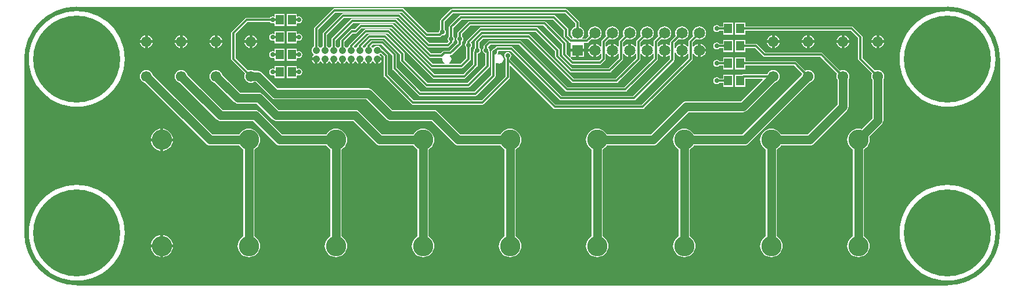
<source format=gbl>
G04*
G04 #@! TF.GenerationSoftware,Altium Limited,Altium Designer,19.1.7 (138)*
G04*
G04 Layer_Physical_Order=2*
G04 Layer_Color=16711680*
%FSLAX25Y25*%
%MOIN*%
G70*
G01*
G75*
%ADD12C,0.00100*%
%ADD18C,0.11614*%
%ADD21C,0.01200*%
%ADD22C,0.06496*%
%ADD23R,0.06496X0.06496*%
%ADD24C,0.00394*%
%ADD25C,0.04134*%
%ADD26C,0.06102*%
%ADD27C,0.02800*%
%ADD28C,0.50000*%
%ADD29R,0.04528X0.05709*%
%ADD30C,0.05000*%
G36*
X634407Y259711D02*
X637298Y259136D01*
X640119Y258280D01*
X642842Y257152D01*
X645442Y255763D01*
X647893Y254125D01*
X650171Y252255D01*
X652255Y250171D01*
X654125Y247892D01*
X655763Y245442D01*
X657152Y242842D01*
X658280Y240119D01*
X659136Y237298D01*
X659711Y234407D01*
X660000Y231474D01*
Y230000D01*
X660000D01*
X660000Y130000D01*
X660000Y128526D01*
X659711Y125593D01*
X659136Y122702D01*
X658280Y119881D01*
X657152Y117158D01*
X655763Y114558D01*
X654125Y112107D01*
X652255Y109829D01*
X650171Y107745D01*
X647893Y105875D01*
X645442Y104237D01*
X642842Y102848D01*
X640119Y101720D01*
X637298Y100864D01*
X634407Y100289D01*
X631474Y100000D01*
X630000Y100000D01*
X130000Y100000D01*
X128526Y100000D01*
X125593Y100289D01*
X122702Y100864D01*
X119881Y101720D01*
X117158Y102848D01*
X114558Y104237D01*
X112107Y105875D01*
X109829Y107745D01*
X107745Y109829D01*
X105875Y112107D01*
X104237Y114558D01*
X102848Y117158D01*
X101720Y119881D01*
X100864Y122702D01*
X100289Y125593D01*
X100000Y128526D01*
X100000Y130000D01*
X100000Y230000D01*
Y231474D01*
X100289Y234407D01*
X100864Y237298D01*
X101720Y240119D01*
X102848Y242842D01*
X104237Y245442D01*
X105875Y247892D01*
X107745Y250171D01*
X109829Y252255D01*
X112107Y254125D01*
X114558Y255763D01*
X117158Y257152D01*
X119881Y258280D01*
X122702Y259136D01*
X125593Y259711D01*
X128526Y260000D01*
X130000Y260000D01*
X130000Y260000D01*
X630000Y260000D01*
X631474D01*
X634407Y259711D01*
D02*
G37*
%LPC*%
G36*
X249419Y255954D02*
X243691D01*
Y254665D01*
X243191Y254402D01*
X242500Y254539D01*
X241720Y254384D01*
X241058Y253942D01*
X240912Y253724D01*
X227500D01*
X227032Y253630D01*
X226635Y253365D01*
X219135Y245865D01*
X218870Y245468D01*
X218776Y245000D01*
Y230000D01*
X218870Y229532D01*
X219135Y229135D01*
X226699Y221571D01*
X226443Y220953D01*
X226317Y220000D01*
X226443Y219047D01*
X226811Y218159D01*
X227396Y217396D01*
X228159Y216811D01*
X229047Y216443D01*
X230000Y216317D01*
X230953Y216443D01*
X231841Y216811D01*
X231923Y216873D01*
X232705D01*
X241789Y207789D01*
X241789Y207789D01*
X242437Y207292D01*
X243191Y206980D01*
X244000Y206873D01*
X244000Y206873D01*
X296205D01*
X307789Y195289D01*
X308437Y194792D01*
X309191Y194480D01*
X309595Y194427D01*
X310000Y194373D01*
X310000Y194373D01*
X333705D01*
X346824Y181254D01*
X346825Y181254D01*
X347472Y180757D01*
X348226Y180444D01*
X349035Y180338D01*
X349036Y180338D01*
X373225D01*
X373466Y179888D01*
X374267Y178912D01*
X375242Y178112D01*
X375692Y177871D01*
Y128035D01*
X375242Y127794D01*
X374267Y126993D01*
X373466Y126018D01*
X372871Y124905D01*
X372504Y123697D01*
X372381Y122441D01*
X372504Y121185D01*
X372871Y119977D01*
X373466Y118864D01*
X374267Y117888D01*
X375242Y117088D01*
X376355Y116493D01*
X377563Y116127D01*
X378819Y116003D01*
X380075Y116127D01*
X381283Y116493D01*
X382396Y117088D01*
X383371Y117888D01*
X384172Y118864D01*
X384767Y119977D01*
X385133Y121185D01*
X385257Y122441D01*
X385133Y123697D01*
X384767Y124905D01*
X384172Y126018D01*
X383371Y126993D01*
X382396Y127794D01*
X381946Y128035D01*
Y177871D01*
X382396Y178112D01*
X383371Y178912D01*
X384172Y179888D01*
X384767Y181001D01*
X385133Y182209D01*
X385257Y183465D01*
X385133Y184721D01*
X384767Y185928D01*
X384172Y187041D01*
X383371Y188017D01*
X382396Y188818D01*
X381283Y189413D01*
X380075Y189779D01*
X378819Y189903D01*
X377563Y189779D01*
X376355Y189413D01*
X375242Y188818D01*
X374267Y188017D01*
X373466Y187041D01*
X373225Y186591D01*
X350331D01*
X337211Y199711D01*
X336563Y200208D01*
X335809Y200520D01*
X335000Y200627D01*
X335000Y200627D01*
X311295D01*
X299711Y212211D01*
X299063Y212708D01*
X298309Y213020D01*
X297500Y213127D01*
X297500Y213127D01*
X245295D01*
X236211Y222211D01*
X235563Y222708D01*
X234809Y223020D01*
X234000Y223127D01*
X234000Y223127D01*
X231923D01*
X231841Y223189D01*
X230953Y223557D01*
X230000Y223683D01*
X229047Y223557D01*
X228429Y223301D01*
X221223Y230507D01*
Y244493D01*
X228007Y251276D01*
X240912D01*
X241058Y251058D01*
X241720Y250616D01*
X242500Y250461D01*
X243191Y250598D01*
X243691Y250335D01*
Y249046D01*
X249419D01*
Y255954D01*
D02*
G37*
G36*
X256309D02*
X250581D01*
Y249046D01*
X256309D01*
Y250335D01*
X256809Y250598D01*
X257500Y250461D01*
X258280Y250616D01*
X258942Y251058D01*
X259384Y251720D01*
X259539Y252500D01*
X259384Y253280D01*
X258942Y253942D01*
X258280Y254384D01*
X257500Y254539D01*
X256809Y254402D01*
X256309Y254665D01*
Y255954D01*
D02*
G37*
G36*
X506919Y250954D02*
X501191D01*
Y248724D01*
X499088D01*
X498942Y248942D01*
X498280Y249384D01*
X497500Y249539D01*
X496720Y249384D01*
X496058Y248942D01*
X495616Y248280D01*
X495461Y247500D01*
X495616Y246720D01*
X496058Y246058D01*
X496720Y245616D01*
X497500Y245461D01*
X498280Y245616D01*
X498942Y246058D01*
X499088Y246276D01*
X501191D01*
Y244046D01*
X506919D01*
Y250954D01*
D02*
G37*
G36*
X249419Y245954D02*
X243691D01*
Y244665D01*
X243191Y244402D01*
X242500Y244539D01*
X241720Y244384D01*
X241058Y243942D01*
X240616Y243280D01*
X240461Y242500D01*
X240616Y241720D01*
X241058Y241058D01*
X241720Y240616D01*
X242500Y240461D01*
X243191Y240598D01*
X243691Y240335D01*
Y239046D01*
X249419D01*
Y245954D01*
D02*
G37*
G36*
X317000Y259224D02*
X278000D01*
X277532Y259130D01*
X277135Y258865D01*
X266635Y248365D01*
X266370Y247968D01*
X266277Y247500D01*
Y237380D01*
X266155Y237330D01*
X265598Y236902D01*
X265170Y236345D01*
X264902Y235696D01*
X264810Y235000D01*
X264902Y234304D01*
X265170Y233655D01*
X265598Y233098D01*
X265985Y232801D01*
X266022Y232698D01*
Y232302D01*
X265985Y232200D01*
X265598Y231902D01*
X265170Y231345D01*
X264945Y230800D01*
X267500D01*
Y230000D01*
X268300D01*
Y227445D01*
X268845Y227670D01*
X269402Y228098D01*
X269700Y228485D01*
X269802Y228522D01*
X270198D01*
X270301Y228485D01*
X270598Y228098D01*
X271155Y227670D01*
X271700Y227445D01*
Y230000D01*
X273300D01*
Y227445D01*
X273845Y227670D01*
X274402Y228098D01*
X274699Y228485D01*
X274802Y228522D01*
X275198D01*
X275301Y228485D01*
X275598Y228098D01*
X276155Y227670D01*
X276700Y227445D01*
Y230000D01*
X278300D01*
Y227445D01*
X278845Y227670D01*
X279402Y228098D01*
X279699Y228485D01*
X279802Y228522D01*
X280198D01*
X280300Y228485D01*
X280598Y228098D01*
X281155Y227670D01*
X281700Y227445D01*
Y230000D01*
X283300D01*
Y227445D01*
X283845Y227670D01*
X284402Y228098D01*
X284700Y228485D01*
X284802Y228522D01*
X285198D01*
X285300Y228485D01*
X285598Y228098D01*
X286155Y227670D01*
X286700Y227445D01*
Y230000D01*
X288300D01*
Y227445D01*
X288845Y227670D01*
X289402Y228098D01*
X289700Y228485D01*
X289802Y228522D01*
X290198D01*
X290300Y228485D01*
X290598Y228098D01*
X291155Y227670D01*
X291700Y227445D01*
Y230000D01*
X293300D01*
Y227445D01*
X293845Y227670D01*
X294402Y228098D01*
X294700Y228485D01*
X294802Y228522D01*
X295198D01*
X295301Y228485D01*
X295598Y228098D01*
X296155Y227670D01*
X296700Y227445D01*
Y230000D01*
X298300D01*
Y227445D01*
X298845Y227670D01*
X299402Y228098D01*
X299699Y228485D01*
X299802Y228522D01*
X300198D01*
X300301Y228485D01*
X300598Y228098D01*
X301155Y227670D01*
X301700Y227445D01*
Y230000D01*
X302500D01*
Y230800D01*
X305055D01*
X304830Y231345D01*
X304402Y231902D01*
X304014Y232200D01*
X303978Y232302D01*
Y232698D01*
X304014Y232801D01*
X304402Y233098D01*
X304876Y232894D01*
X306276Y231493D01*
Y220500D01*
X306370Y220032D01*
X306635Y219635D01*
X322135Y204135D01*
X322532Y203870D01*
X323000Y203777D01*
X363000D01*
X363468Y203870D01*
X363865Y204135D01*
X378365Y218635D01*
X378630Y219032D01*
X378724Y219500D01*
Y225893D01*
X379185Y226084D01*
X403635Y201635D01*
X404032Y201370D01*
X404500Y201276D01*
X455000D01*
X455468Y201370D01*
X455865Y201635D01*
X483365Y229135D01*
X483630Y229532D01*
X483723Y230000D01*
Y232821D01*
X483733Y232827D01*
X484224Y232949D01*
X484756Y232256D01*
X485559Y231639D01*
X486495Y231251D01*
X486700Y231224D01*
Y235000D01*
Y238776D01*
X486495Y238749D01*
X485559Y238361D01*
X484756Y237744D01*
X484224Y237051D01*
X483733Y237173D01*
X483723Y237179D01*
Y239493D01*
X485778Y241548D01*
X486495Y241251D01*
X487500Y241119D01*
X488505Y241251D01*
X489441Y241639D01*
X490244Y242256D01*
X490861Y243059D01*
X491249Y243995D01*
X491381Y245000D01*
X491249Y246005D01*
X490861Y246941D01*
X490244Y247744D01*
X489441Y248361D01*
X488505Y248749D01*
X487500Y248881D01*
X486495Y248749D01*
X485559Y248361D01*
X484756Y247744D01*
X484139Y246941D01*
X483751Y246005D01*
X483619Y245000D01*
X483751Y243995D01*
X484048Y243278D01*
X481635Y240865D01*
X481370Y240468D01*
X481277Y240000D01*
Y237179D01*
X481267Y237173D01*
X480777Y237051D01*
X480244Y237744D01*
X479441Y238361D01*
X478505Y238749D01*
X478300Y238776D01*
Y235000D01*
Y231224D01*
X478505Y231251D01*
X479441Y231639D01*
X480244Y232256D01*
X480777Y232949D01*
X481267Y232827D01*
X481277Y232821D01*
Y230507D01*
X454493Y203724D01*
X405007D01*
X378778Y229952D01*
X378811Y230471D01*
X378942Y230558D01*
X379384Y231220D01*
X379539Y232000D01*
X379384Y232780D01*
X378942Y233442D01*
X378280Y233884D01*
X377500Y234039D01*
X376720Y233884D01*
X376058Y233442D01*
X375616Y232780D01*
X375461Y232000D01*
X375616Y231220D01*
X376058Y230558D01*
X376276Y230412D01*
Y229500D01*
Y220007D01*
X362493Y206224D01*
X323507D01*
X308723Y221007D01*
Y232000D01*
X308630Y232468D01*
X308365Y232865D01*
X305926Y235304D01*
X305530Y235569D01*
X305104Y235654D01*
X305098Y235696D01*
X304830Y236345D01*
X304402Y236902D01*
X303845Y237330D01*
X303196Y237598D01*
X302500Y237690D01*
X301804Y237598D01*
X301155Y237330D01*
X300598Y236902D01*
X300301Y236514D01*
X300198Y236478D01*
X299802D01*
X299699Y236514D01*
X299402Y236902D01*
X299267Y237005D01*
X299235Y237504D01*
X300050Y238320D01*
X304950D01*
X311277Y231993D01*
Y224500D01*
X311370Y224032D01*
X311635Y223635D01*
X326135Y209135D01*
X326532Y208870D01*
X327000Y208776D01*
X359000D01*
X359468Y208870D01*
X359865Y209135D01*
X370157Y219427D01*
X370423Y219824D01*
X370516Y220292D01*
Y227605D01*
X371016Y227852D01*
X371185Y227722D01*
X371819Y227459D01*
X372500Y227370D01*
X373181Y227459D01*
X373815Y227722D01*
X374360Y228140D01*
X374778Y228685D01*
X375041Y229319D01*
X375130Y230000D01*
X375041Y230681D01*
X374778Y231315D01*
X374360Y231860D01*
X373815Y232278D01*
X373181Y232541D01*
X372500Y232630D01*
X372052Y232571D01*
X371762Y233038D01*
X371884Y233220D01*
X372039Y234000D01*
X371982Y234287D01*
X372393Y234776D01*
X378993D01*
X407135Y206635D01*
X407532Y206370D01*
X408000Y206276D01*
X450000D01*
X450468Y206370D01*
X450865Y206635D01*
X472813Y228583D01*
X473078Y228980D01*
X473172Y229448D01*
Y234566D01*
X473671Y234599D01*
X473751Y233996D01*
X474139Y233059D01*
X474756Y232256D01*
X475559Y231639D01*
X476496Y231251D01*
X476700Y231224D01*
Y235000D01*
Y238776D01*
X476496Y238749D01*
X475559Y238361D01*
X474756Y237744D01*
X474139Y236941D01*
X473751Y236004D01*
X473671Y235401D01*
X473172Y235434D01*
Y238941D01*
X475778Y241548D01*
X476496Y241251D01*
X477500Y241119D01*
X478505Y241251D01*
X479441Y241639D01*
X480244Y242256D01*
X480861Y243059D01*
X481249Y243995D01*
X481381Y245000D01*
X481249Y246005D01*
X480861Y246941D01*
X480244Y247744D01*
X479441Y248361D01*
X478505Y248749D01*
X477500Y248881D01*
X476496Y248749D01*
X475559Y248361D01*
X474756Y247744D01*
X474139Y246941D01*
X473751Y246005D01*
X473619Y245000D01*
X473751Y243995D01*
X474048Y243278D01*
X471083Y240313D01*
X470818Y239916D01*
X470724Y239448D01*
Y237896D01*
X470402Y237787D01*
X470225Y237760D01*
X469441Y238361D01*
X468504Y238749D01*
X468300Y238776D01*
Y235000D01*
Y231224D01*
X468504Y231251D01*
X469441Y231639D01*
X470225Y232240D01*
X470402Y232213D01*
X470724Y232103D01*
Y229955D01*
X449493Y208723D01*
X408507D01*
X380365Y236865D01*
X379968Y237130D01*
X379500Y237224D01*
X371500D01*
X371032Y237130D01*
X370635Y236865D01*
X369761Y235992D01*
X369220Y235884D01*
X368558Y235442D01*
X368116Y234780D01*
X367961Y234000D01*
X368069Y233458D01*
Y220799D01*
X358493Y211224D01*
X327507D01*
X313723Y225007D01*
Y232500D01*
X313630Y232968D01*
X313365Y233365D01*
X306322Y240409D01*
X305925Y240674D01*
X305457Y240767D01*
X299543D01*
X299075Y240674D01*
X298678Y240409D01*
X296635Y238365D01*
X296370Y237968D01*
X296276Y237500D01*
Y237380D01*
X296155Y237330D01*
X295598Y236902D01*
X295301Y236514D01*
X295198Y236478D01*
X294802D01*
X294700Y236514D01*
X294402Y236902D01*
X294267Y237005D01*
X294235Y237504D01*
X298507Y241776D01*
X306493D01*
X315776Y232493D01*
Y229000D01*
X315870Y228532D01*
X316135Y228135D01*
X330135Y214135D01*
X330532Y213870D01*
X331000Y213776D01*
X355000D01*
X355468Y213870D01*
X355865Y214135D01*
X366865Y225135D01*
X367130Y225532D01*
X367224Y226000D01*
Y234000D01*
X367130Y234468D01*
X366979Y234695D01*
X367039Y235000D01*
X366884Y235780D01*
X366442Y236442D01*
X366311Y236529D01*
X366278Y237048D01*
X367507Y238277D01*
X383993D01*
X410635Y211635D01*
X411032Y211370D01*
X411500Y211277D01*
X445000D01*
X445468Y211370D01*
X445865Y211635D01*
X463365Y229135D01*
X463630Y229532D01*
X463724Y230000D01*
Y232821D01*
X463733Y232827D01*
X464223Y232949D01*
X464756Y232256D01*
X465559Y231639D01*
X466496Y231251D01*
X466700Y231224D01*
Y235000D01*
Y238776D01*
X466496Y238749D01*
X465559Y238361D01*
X464756Y237744D01*
X464223Y237051D01*
X463733Y237173D01*
X463724Y237179D01*
Y239493D01*
X465778Y241548D01*
X466496Y241251D01*
X467500Y241119D01*
X468504Y241251D01*
X469441Y241639D01*
X470244Y242256D01*
X470861Y243059D01*
X471249Y243995D01*
X471381Y245000D01*
X471249Y246005D01*
X470861Y246941D01*
X470244Y247744D01*
X469441Y248361D01*
X468504Y248749D01*
X467500Y248881D01*
X466496Y248749D01*
X465559Y248361D01*
X464756Y247744D01*
X464139Y246941D01*
X463751Y246005D01*
X463619Y245000D01*
X463751Y243995D01*
X464048Y243278D01*
X461635Y240865D01*
X461370Y240468D01*
X461276Y240000D01*
Y237179D01*
X461267Y237173D01*
X460777Y237051D01*
X460244Y237744D01*
X459441Y238361D01*
X458504Y238749D01*
X458300Y238776D01*
Y235000D01*
Y231224D01*
X458504Y231251D01*
X459441Y231639D01*
X460244Y232256D01*
X460777Y232949D01*
X461267Y232827D01*
X461276Y232821D01*
Y230507D01*
X444493Y213723D01*
X412007D01*
X385365Y240365D01*
X384968Y240630D01*
X384500Y240723D01*
X367000D01*
X366532Y240630D01*
X366135Y240365D01*
X364135Y238365D01*
X363870Y237968D01*
X363776Y237500D01*
Y236588D01*
X363558Y236442D01*
X363116Y235780D01*
X362961Y235000D01*
X363116Y234220D01*
X363558Y233558D01*
X364220Y233116D01*
X364776Y233005D01*
Y226507D01*
X354493Y216224D01*
X331507D01*
X318224Y229507D01*
Y233000D01*
X318130Y233468D01*
X317865Y233865D01*
X307865Y243865D01*
X307468Y244130D01*
X307000Y244223D01*
X298000D01*
X297532Y244130D01*
X297135Y243865D01*
X291635Y238365D01*
X291370Y237968D01*
X291277Y237500D01*
Y237380D01*
X291155Y237330D01*
X290598Y236902D01*
X290300Y236514D01*
X290198Y236478D01*
X289802D01*
X289700Y236514D01*
X289402Y236902D01*
X289267Y237005D01*
X289235Y237504D01*
X296507Y244777D01*
X308493D01*
X334135Y219135D01*
X334532Y218870D01*
X335000Y218776D01*
X352500D01*
X352968Y218870D01*
X353365Y219135D01*
X359865Y225635D01*
X360130Y226032D01*
X360224Y226500D01*
Y233005D01*
X360780Y233116D01*
X361442Y233558D01*
X361884Y234220D01*
X362039Y235000D01*
X361884Y235780D01*
X361442Y236442D01*
X361224Y236588D01*
Y239493D01*
X363507Y241776D01*
X388993D01*
X414135Y216635D01*
X414532Y216370D01*
X415000Y216277D01*
X440000D01*
X440468Y216370D01*
X440865Y216635D01*
X453365Y229135D01*
X453630Y229532D01*
X453723Y230000D01*
Y232821D01*
X453733Y232827D01*
X454223Y232949D01*
X454756Y232256D01*
X455559Y231639D01*
X456496Y231251D01*
X456700Y231224D01*
Y235000D01*
Y238776D01*
X456496Y238749D01*
X455559Y238361D01*
X454756Y237744D01*
X454223Y237051D01*
X453733Y237173D01*
X453723Y237179D01*
Y239493D01*
X455778Y241548D01*
X456496Y241251D01*
X457500Y241119D01*
X458504Y241251D01*
X459441Y241639D01*
X460244Y242256D01*
X460861Y243059D01*
X461249Y243995D01*
X461381Y245000D01*
X461249Y246005D01*
X460861Y246941D01*
X460244Y247744D01*
X459441Y248361D01*
X458504Y248749D01*
X457500Y248881D01*
X456496Y248749D01*
X455559Y248361D01*
X454756Y247744D01*
X454139Y246941D01*
X453751Y246005D01*
X453619Y245000D01*
X453751Y243995D01*
X454048Y243278D01*
X451635Y240865D01*
X451370Y240468D01*
X451276Y240000D01*
Y237179D01*
X451267Y237173D01*
X450776Y237051D01*
X450244Y237744D01*
X449441Y238361D01*
X448504Y238749D01*
X448300Y238776D01*
Y235000D01*
Y231224D01*
X448504Y231251D01*
X449441Y231639D01*
X450244Y232256D01*
X450776Y232949D01*
X451267Y232827D01*
X451276Y232821D01*
Y230507D01*
X439493Y218724D01*
X415507D01*
X390365Y243865D01*
X389968Y244130D01*
X389500Y244223D01*
X363000D01*
X362532Y244130D01*
X362135Y243865D01*
X359135Y240865D01*
X358870Y240468D01*
X358776Y240000D01*
Y236588D01*
X358558Y236442D01*
X358116Y235780D01*
X357961Y235000D01*
X358021Y234695D01*
X357870Y234468D01*
X357776Y234000D01*
Y227007D01*
X351993Y221223D01*
X335507D01*
X309865Y246865D01*
X309468Y247130D01*
X309000Y247223D01*
X296000D01*
X295532Y247130D01*
X295135Y246865D01*
X286635Y238365D01*
X286370Y237968D01*
X286277Y237500D01*
Y237380D01*
X286155Y237330D01*
X285598Y236902D01*
X285300Y236514D01*
X285198Y236478D01*
X284802D01*
X284700Y236514D01*
X284402Y236902D01*
X283845Y237330D01*
X283723Y237380D01*
Y239970D01*
X288530Y244777D01*
X290177D01*
X290645Y244870D01*
X291042Y245135D01*
X293684Y247777D01*
X310493D01*
X333135Y225135D01*
X333532Y224870D01*
X334000Y224777D01*
X351000D01*
X351468Y224870D01*
X351865Y225135D01*
X355865Y229135D01*
X356130Y229532D01*
X356224Y230000D01*
Y236424D01*
X356442Y236570D01*
X356884Y237231D01*
X357039Y238012D01*
X356884Y238792D01*
X356442Y239454D01*
X356419Y239688D01*
X362507Y245777D01*
X393493D01*
X404776Y234493D01*
Y231500D01*
X404870Y231032D01*
X405135Y230635D01*
X413135Y222635D01*
X413532Y222370D01*
X414000Y222276D01*
X436000D01*
X436468Y222370D01*
X436865Y222635D01*
X443365Y229135D01*
X443630Y229532D01*
X443723Y230000D01*
Y232821D01*
X443733Y232827D01*
X444223Y232949D01*
X444756Y232256D01*
X445559Y231639D01*
X446495Y231251D01*
X446700Y231224D01*
Y235000D01*
Y238776D01*
X446495Y238749D01*
X445559Y238361D01*
X444756Y237744D01*
X444223Y237051D01*
X443733Y237173D01*
X443723Y237179D01*
Y239493D01*
X445778Y241548D01*
X446495Y241251D01*
X447500Y241119D01*
X448504Y241251D01*
X449441Y241639D01*
X450244Y242256D01*
X450861Y243059D01*
X451249Y243995D01*
X451381Y245000D01*
X451249Y246005D01*
X450861Y246941D01*
X450244Y247744D01*
X449441Y248361D01*
X448504Y248749D01*
X447500Y248881D01*
X446495Y248749D01*
X445559Y248361D01*
X444756Y247744D01*
X444139Y246941D01*
X443751Y246005D01*
X443619Y245000D01*
X443751Y243995D01*
X444048Y243278D01*
X441635Y240865D01*
X441370Y240468D01*
X441277Y240000D01*
Y237179D01*
X441267Y237173D01*
X440776Y237051D01*
X440244Y237744D01*
X439441Y238361D01*
X438505Y238749D01*
X438300Y238776D01*
Y235000D01*
Y231224D01*
X438505Y231251D01*
X439441Y231639D01*
X440244Y232256D01*
X440776Y232949D01*
X441267Y232827D01*
X441277Y232821D01*
Y230507D01*
X435493Y224724D01*
X414507D01*
X407224Y232007D01*
Y235000D01*
X407130Y235468D01*
X406865Y235865D01*
X394865Y247865D01*
X394468Y248130D01*
X394000Y248223D01*
X362000D01*
X361532Y248130D01*
X361135Y247865D01*
X354135Y240865D01*
X353870Y240468D01*
X353777Y240000D01*
Y239600D01*
X353558Y239454D01*
X353116Y238792D01*
X352961Y238012D01*
X353116Y237231D01*
X353558Y236570D01*
X353777Y236424D01*
Y230507D01*
X350493Y227223D01*
X343918D01*
X343815Y227722D01*
X344360Y228140D01*
X344778Y228685D01*
X345041Y229319D01*
X345130Y230000D01*
X345041Y230681D01*
X344778Y231315D01*
X344424Y231776D01*
X344562Y232277D01*
X344770D01*
X345238Y232370D01*
X345635Y232635D01*
X350865Y237865D01*
X351130Y238262D01*
X351223Y238730D01*
Y239912D01*
X351442Y240058D01*
X351884Y240720D01*
X352039Y241500D01*
X351884Y242280D01*
X351442Y242942D01*
X351223Y243088D01*
Y244493D01*
X356007Y249276D01*
X397993D01*
X408777Y238493D01*
Y232500D01*
X408870Y232032D01*
X409135Y231635D01*
X413635Y227135D01*
X414032Y226870D01*
X414500Y226777D01*
X430500D01*
X430968Y226870D01*
X431365Y227135D01*
X433365Y229135D01*
X433630Y229532D01*
X433723Y230000D01*
Y232821D01*
X433733Y232827D01*
X434224Y232949D01*
X434756Y232256D01*
X435559Y231639D01*
X436495Y231251D01*
X436700Y231224D01*
Y235000D01*
Y238776D01*
X436495Y238749D01*
X435559Y238361D01*
X434756Y237744D01*
X434224Y237051D01*
X433733Y237173D01*
X433723Y237179D01*
Y239493D01*
X435778Y241548D01*
X436495Y241251D01*
X437500Y241119D01*
X438505Y241251D01*
X439441Y241639D01*
X440244Y242256D01*
X440861Y243059D01*
X441249Y243995D01*
X441381Y245000D01*
X441249Y246005D01*
X440861Y246941D01*
X440244Y247744D01*
X439441Y248361D01*
X438505Y248749D01*
X437500Y248881D01*
X436495Y248749D01*
X435559Y248361D01*
X434756Y247744D01*
X434139Y246941D01*
X433751Y246005D01*
X433619Y245000D01*
X433751Y243995D01*
X434048Y243278D01*
X431635Y240865D01*
X431370Y240468D01*
X431277Y240000D01*
Y237179D01*
X431267Y237173D01*
X430777Y237051D01*
X430244Y237744D01*
X429441Y238361D01*
X428505Y238749D01*
X428300Y238776D01*
Y235000D01*
Y231224D01*
X428505Y231251D01*
X429441Y231639D01*
X430244Y232256D01*
X430777Y232949D01*
X431267Y232827D01*
X431277Y232821D01*
Y230507D01*
X429993Y229223D01*
X415007D01*
X413570Y230660D01*
X413554Y230748D01*
X413844Y231152D01*
X414097Y231152D01*
X416700D01*
Y234200D01*
X413652D01*
Y231632D01*
X413652Y231344D01*
X413248Y231054D01*
X413160Y231070D01*
X411224Y233007D01*
Y239000D01*
X411130Y239468D01*
X410865Y239865D01*
X399365Y251365D01*
X398968Y251630D01*
X398500Y251724D01*
X355500D01*
X355032Y251630D01*
X354635Y251365D01*
X349135Y245865D01*
X348870Y245468D01*
X348777Y245000D01*
Y243088D01*
X348558Y242942D01*
X348116Y242280D01*
X347961Y241500D01*
X348116Y240720D01*
X348558Y240058D01*
X348777Y239912D01*
Y239237D01*
X344263Y234723D01*
X341000D01*
X340532Y234630D01*
X340135Y234365D01*
X338993Y233224D01*
X333507D01*
X313865Y252865D01*
X313468Y253130D01*
X313000Y253223D01*
X288228D01*
X287760Y253130D01*
X287363Y252865D01*
X276635Y242137D01*
X276370Y241740D01*
X276276Y241272D01*
Y237380D01*
X276155Y237330D01*
X275598Y236902D01*
X275301Y236514D01*
X275198Y236478D01*
X274802D01*
X274699Y236514D01*
X274402Y236902D01*
X273845Y237330D01*
X273724Y237380D01*
Y243993D01*
X283507Y253777D01*
X314493D01*
X331135Y237135D01*
X331532Y236870D01*
X332000Y236776D01*
X343230D01*
X343699Y236870D01*
X344095Y237135D01*
X345865Y238905D01*
X346130Y239301D01*
X346223Y239770D01*
Y239912D01*
X346442Y240058D01*
X346884Y240720D01*
X347039Y241500D01*
X346884Y242280D01*
X346442Y242942D01*
X346223Y243088D01*
Y247993D01*
X351007Y252777D01*
X403493D01*
X409776Y246493D01*
Y243000D01*
X409870Y242532D01*
X410135Y242135D01*
X412583Y239687D01*
X412980Y239422D01*
X413448Y239329D01*
X413605D01*
X413652Y238848D01*
X413652Y238828D01*
Y235800D01*
X421348D01*
Y238828D01*
X421348Y238848D01*
X421395Y239329D01*
X423052D01*
X423520Y239422D01*
X423917Y239687D01*
X425778Y241548D01*
X426496Y241251D01*
X427500Y241119D01*
X428505Y241251D01*
X429441Y241639D01*
X430244Y242256D01*
X430861Y243059D01*
X431249Y243995D01*
X431381Y245000D01*
X431249Y246005D01*
X430861Y246941D01*
X430244Y247744D01*
X429441Y248361D01*
X428505Y248749D01*
X427500Y248881D01*
X426496Y248749D01*
X425559Y248361D01*
X424756Y247744D01*
X424139Y246941D01*
X423751Y246005D01*
X423619Y245000D01*
X423751Y243995D01*
X424048Y243278D01*
X422545Y241775D01*
X420397D01*
X420287Y242098D01*
X420260Y242276D01*
X420861Y243059D01*
X421249Y243995D01*
X421381Y245000D01*
X421249Y246005D01*
X420861Y246941D01*
X420244Y247744D01*
X419441Y248361D01*
X418723Y248658D01*
Y251000D01*
X418630Y251468D01*
X418365Y251865D01*
X411765Y258465D01*
X411368Y258730D01*
X410900Y258823D01*
X345600D01*
X345132Y258730D01*
X344735Y258465D01*
X339135Y252865D01*
X338870Y252468D01*
X338776Y252000D01*
Y247088D01*
X338558Y246942D01*
X338116Y246280D01*
X337961Y245500D01*
X337506Y245223D01*
X331507D01*
X317865Y258865D01*
X317468Y259130D01*
X317000Y259224D01*
D02*
G37*
G36*
X590800Y243577D02*
Y240800D01*
X593577D01*
X593557Y240953D01*
X593189Y241841D01*
X592604Y242604D01*
X591841Y243189D01*
X590953Y243557D01*
X590800Y243577D01*
D02*
G37*
G36*
X570800D02*
Y240800D01*
X573577D01*
X573557Y240953D01*
X573189Y241841D01*
X572604Y242604D01*
X571841Y243189D01*
X570953Y243557D01*
X570800Y243577D01*
D02*
G37*
G36*
X550800D02*
Y240800D01*
X553577D01*
X553557Y240953D01*
X553189Y241841D01*
X552604Y242604D01*
X551841Y243189D01*
X550953Y243557D01*
X550800Y243577D01*
D02*
G37*
G36*
X530800D02*
Y240800D01*
X533577D01*
X533557Y240953D01*
X533189Y241841D01*
X532604Y242604D01*
X531841Y243189D01*
X530953Y243557D01*
X530800Y243577D01*
D02*
G37*
G36*
X230800D02*
Y240800D01*
X233577D01*
X233557Y240953D01*
X233189Y241841D01*
X232604Y242604D01*
X231841Y243189D01*
X230953Y243557D01*
X230800Y243577D01*
D02*
G37*
G36*
X210800D02*
Y240800D01*
X213577D01*
X213557Y240953D01*
X213189Y241841D01*
X212604Y242604D01*
X211841Y243189D01*
X210953Y243557D01*
X210800Y243577D01*
D02*
G37*
G36*
X190800D02*
Y240800D01*
X193577D01*
X193557Y240953D01*
X193189Y241841D01*
X192604Y242604D01*
X191841Y243189D01*
X190953Y243557D01*
X190800Y243577D01*
D02*
G37*
G36*
X170800D02*
Y240800D01*
X173577D01*
X173557Y240953D01*
X173189Y241841D01*
X172604Y242604D01*
X171841Y243189D01*
X170953Y243557D01*
X170800Y243577D01*
D02*
G37*
G36*
X229200D02*
X229047Y243557D01*
X228159Y243189D01*
X227396Y242604D01*
X226811Y241841D01*
X226443Y240953D01*
X226423Y240800D01*
X229200D01*
Y243577D01*
D02*
G37*
G36*
X209200D02*
X209047Y243557D01*
X208159Y243189D01*
X207396Y242604D01*
X206811Y241841D01*
X206443Y240953D01*
X206423Y240800D01*
X209200D01*
Y243577D01*
D02*
G37*
G36*
X189200D02*
X189047Y243557D01*
X188159Y243189D01*
X187396Y242604D01*
X186811Y241841D01*
X186443Y240953D01*
X186423Y240800D01*
X189200D01*
Y243577D01*
D02*
G37*
G36*
X169200D02*
X169047Y243557D01*
X168159Y243189D01*
X167396Y242604D01*
X166811Y241841D01*
X166443Y240953D01*
X166423Y240800D01*
X169200D01*
Y243577D01*
D02*
G37*
G36*
X589200D02*
X589047Y243557D01*
X588159Y243189D01*
X587396Y242604D01*
X586811Y241841D01*
X586443Y240953D01*
X586423Y240800D01*
X589200D01*
Y243577D01*
D02*
G37*
G36*
X569200D02*
X569047Y243557D01*
X568159Y243189D01*
X567396Y242604D01*
X566811Y241841D01*
X566443Y240953D01*
X566423Y240800D01*
X569200D01*
Y243577D01*
D02*
G37*
G36*
X549200D02*
X549047Y243557D01*
X548159Y243189D01*
X547396Y242604D01*
X546811Y241841D01*
X546443Y240953D01*
X546423Y240800D01*
X549200D01*
Y243577D01*
D02*
G37*
G36*
X529200D02*
X529047Y243557D01*
X528159Y243189D01*
X527396Y242604D01*
X526811Y241841D01*
X526443Y240953D01*
X526423Y240800D01*
X529200D01*
Y243577D01*
D02*
G37*
G36*
X256309Y245954D02*
X250581D01*
Y239046D01*
X256309D01*
Y240335D01*
X256809Y240598D01*
X257500Y240461D01*
X258280Y240616D01*
X258942Y241058D01*
X259384Y241720D01*
X259539Y242500D01*
X259384Y243280D01*
X258942Y243942D01*
X258280Y244384D01*
X257500Y244539D01*
X256809Y244402D01*
X256309Y244665D01*
Y245954D01*
D02*
G37*
G36*
X506919Y240954D02*
X501191D01*
Y238723D01*
X499088D01*
X498942Y238942D01*
X498280Y239384D01*
X497500Y239539D01*
X496720Y239384D01*
X496058Y238942D01*
X495616Y238280D01*
X495461Y237500D01*
X495616Y236720D01*
X496058Y236058D01*
X496720Y235616D01*
X497500Y235461D01*
X498280Y235616D01*
X498942Y236058D01*
X499088Y236277D01*
X501191D01*
Y234046D01*
X506919D01*
Y240954D01*
D02*
G37*
G36*
X593577Y239200D02*
X590800D01*
Y236423D01*
X590953Y236443D01*
X591841Y236811D01*
X592604Y237396D01*
X593189Y238159D01*
X593557Y239047D01*
X593577Y239200D01*
D02*
G37*
G36*
X573577D02*
X570800D01*
Y236423D01*
X570953Y236443D01*
X571841Y236811D01*
X572604Y237396D01*
X573189Y238159D01*
X573557Y239047D01*
X573577Y239200D01*
D02*
G37*
G36*
X553577D02*
X550800D01*
Y236423D01*
X550953Y236443D01*
X551841Y236811D01*
X552604Y237396D01*
X553189Y238159D01*
X553557Y239047D01*
X553577Y239200D01*
D02*
G37*
G36*
X533577D02*
X530800D01*
Y236423D01*
X530953Y236443D01*
X531841Y236811D01*
X532604Y237396D01*
X533189Y238159D01*
X533557Y239047D01*
X533577Y239200D01*
D02*
G37*
G36*
X233577D02*
X230800D01*
Y236423D01*
X230953Y236443D01*
X231841Y236811D01*
X232604Y237396D01*
X233189Y238159D01*
X233557Y239047D01*
X233577Y239200D01*
D02*
G37*
G36*
X213577D02*
X210800D01*
Y236423D01*
X210953Y236443D01*
X211841Y236811D01*
X212604Y237396D01*
X213189Y238159D01*
X213557Y239047D01*
X213577Y239200D01*
D02*
G37*
G36*
X193577D02*
X190800D01*
Y236423D01*
X190953Y236443D01*
X191841Y236811D01*
X192604Y237396D01*
X193189Y238159D01*
X193557Y239047D01*
X193577Y239200D01*
D02*
G37*
G36*
X173577D02*
X170800D01*
Y236423D01*
X170953Y236443D01*
X171841Y236811D01*
X172604Y237396D01*
X173189Y238159D01*
X173557Y239047D01*
X173577Y239200D01*
D02*
G37*
G36*
X589200D02*
X586423D01*
X586443Y239047D01*
X586811Y238159D01*
X587396Y237396D01*
X588159Y236811D01*
X589047Y236443D01*
X589200Y236423D01*
Y239200D01*
D02*
G37*
G36*
X569200D02*
X566423D01*
X566443Y239047D01*
X566811Y238159D01*
X567396Y237396D01*
X568159Y236811D01*
X569047Y236443D01*
X569200Y236423D01*
Y239200D01*
D02*
G37*
G36*
X549200D02*
X546423D01*
X546443Y239047D01*
X546811Y238159D01*
X547396Y237396D01*
X548159Y236811D01*
X549047Y236443D01*
X549200Y236423D01*
Y239200D01*
D02*
G37*
G36*
X529200D02*
X526423D01*
X526443Y239047D01*
X526811Y238159D01*
X527396Y237396D01*
X528159Y236811D01*
X529047Y236443D01*
X529200Y236423D01*
Y239200D01*
D02*
G37*
G36*
X229200D02*
X226423D01*
X226443Y239047D01*
X226811Y238159D01*
X227396Y237396D01*
X228159Y236811D01*
X229047Y236443D01*
X229200Y236423D01*
Y239200D01*
D02*
G37*
G36*
X209200D02*
X206423D01*
X206443Y239047D01*
X206811Y238159D01*
X207396Y237396D01*
X208159Y236811D01*
X209047Y236443D01*
X209200Y236423D01*
Y239200D01*
D02*
G37*
G36*
X189200D02*
X186423D01*
X186443Y239047D01*
X186811Y238159D01*
X187396Y237396D01*
X188159Y236811D01*
X189047Y236443D01*
X189200Y236423D01*
Y239200D01*
D02*
G37*
G36*
X169200D02*
X166423D01*
X166443Y239047D01*
X166811Y238159D01*
X167396Y237396D01*
X168159Y236811D01*
X169047Y236443D01*
X169200Y236423D01*
Y239200D01*
D02*
G37*
G36*
X488300Y238776D02*
Y235800D01*
X491276D01*
X491249Y236004D01*
X490861Y236941D01*
X490244Y237744D01*
X489441Y238361D01*
X488505Y238749D01*
X488300Y238776D01*
D02*
G37*
G36*
X426700D02*
X426496Y238749D01*
X425559Y238361D01*
X424756Y237744D01*
X424139Y236941D01*
X423751Y236004D01*
X423724Y235800D01*
X426700D01*
Y238776D01*
D02*
G37*
G36*
X249419Y235954D02*
X243691D01*
Y234665D01*
X243191Y234402D01*
X242500Y234539D01*
X241720Y234384D01*
X241058Y233942D01*
X240616Y233280D01*
X240461Y232500D01*
X240616Y231720D01*
X241058Y231058D01*
X241720Y230616D01*
X242500Y230461D01*
X243191Y230598D01*
X243691Y230335D01*
Y229046D01*
X249419D01*
Y235954D01*
D02*
G37*
G36*
X491276Y234200D02*
X488300D01*
Y231224D01*
X488505Y231251D01*
X489441Y231639D01*
X490244Y232256D01*
X490861Y233059D01*
X491249Y233996D01*
X491276Y234200D01*
D02*
G37*
G36*
X426700D02*
X423724D01*
X423751Y233996D01*
X424139Y233059D01*
X424756Y232256D01*
X425559Y231639D01*
X426496Y231251D01*
X426700Y231224D01*
Y234200D01*
D02*
G37*
G36*
X421348D02*
X418300D01*
Y231152D01*
X421348D01*
Y234200D01*
D02*
G37*
G36*
X256309Y235954D02*
X250581D01*
Y229046D01*
X256309D01*
Y230335D01*
X256809Y230598D01*
X257500Y230461D01*
X258280Y230616D01*
X258942Y231058D01*
X259384Y231720D01*
X259539Y232500D01*
X259384Y233280D01*
X258942Y233942D01*
X258280Y234384D01*
X257500Y234539D01*
X256809Y234402D01*
X256309Y234665D01*
Y235954D01*
D02*
G37*
G36*
X506919Y230954D02*
X501191D01*
Y228724D01*
X499088D01*
X498942Y228942D01*
X498280Y229384D01*
X497500Y229539D01*
X496720Y229384D01*
X496058Y228942D01*
X495616Y228280D01*
X495461Y227500D01*
X495616Y226720D01*
X496058Y226058D01*
X496720Y225616D01*
X497500Y225461D01*
X498280Y225616D01*
X498942Y226058D01*
X499088Y226276D01*
X501191D01*
Y224046D01*
X506919D01*
Y230954D01*
D02*
G37*
G36*
X305055Y229200D02*
X303300D01*
Y227445D01*
X303845Y227670D01*
X304402Y228098D01*
X304830Y228655D01*
X305055Y229200D01*
D02*
G37*
G36*
X266700D02*
X264945D01*
X265170Y228655D01*
X265598Y228098D01*
X266155Y227670D01*
X266700Y227445D01*
Y229200D01*
D02*
G37*
G36*
X249419Y225954D02*
X243691D01*
Y224665D01*
X243191Y224402D01*
X242500Y224539D01*
X241720Y224384D01*
X241058Y223942D01*
X240616Y223280D01*
X240461Y222500D01*
X240616Y221720D01*
X241058Y221058D01*
X241720Y220616D01*
X242500Y220461D01*
X243191Y220598D01*
X243691Y220335D01*
Y219046D01*
X249419D01*
Y225954D01*
D02*
G37*
G36*
X256309D02*
X250581D01*
Y219046D01*
X256309D01*
Y220335D01*
X256809Y220598D01*
X257500Y220461D01*
X258280Y220616D01*
X258942Y221058D01*
X259384Y221720D01*
X259539Y222500D01*
X259384Y223280D01*
X258942Y223942D01*
X258280Y224384D01*
X257500Y224539D01*
X256809Y224402D01*
X256309Y224665D01*
Y225954D01*
D02*
G37*
G36*
X506919Y220954D02*
X501191D01*
Y218724D01*
X499088D01*
X498942Y218942D01*
X498280Y219384D01*
X497500Y219539D01*
X496720Y219384D01*
X496058Y218942D01*
X495616Y218280D01*
X495461Y217500D01*
X495616Y216720D01*
X496058Y216058D01*
X496720Y215616D01*
X497500Y215461D01*
X498280Y215616D01*
X498942Y216058D01*
X499088Y216277D01*
X501191D01*
Y214046D01*
X506919D01*
Y220954D01*
D02*
G37*
G36*
X630000Y257543D02*
X626916Y257370D01*
X623871Y256853D01*
X620903Y255998D01*
X618049Y254816D01*
X615346Y253322D01*
X612827Y251534D01*
X610524Y249476D01*
X608466Y247173D01*
X606678Y244654D01*
X605184Y241951D01*
X604002Y239097D01*
X603147Y236129D01*
X602630Y233084D01*
X602457Y230000D01*
X602630Y226916D01*
X603147Y223871D01*
X604002Y220903D01*
X605184Y218049D01*
X606678Y215346D01*
X608466Y212827D01*
X610524Y210524D01*
X612827Y208466D01*
X615346Y206678D01*
X618049Y205184D01*
X620903Y204002D01*
X623871Y203147D01*
X626916Y202630D01*
X630000Y202457D01*
X633084Y202630D01*
X636129Y203147D01*
X639097Y204002D01*
X641951Y205184D01*
X644654Y206678D01*
X647173Y208466D01*
X649476Y210524D01*
X651534Y212827D01*
X653322Y215346D01*
X654816Y218049D01*
X655998Y220903D01*
X656853Y223871D01*
X657370Y226916D01*
X657543Y230000D01*
X657370Y233084D01*
X656853Y236129D01*
X655998Y239097D01*
X654816Y241951D01*
X653322Y244654D01*
X651534Y247173D01*
X649476Y249476D01*
X647173Y251534D01*
X644654Y253322D01*
X641951Y254816D01*
X639097Y255998D01*
X636129Y256853D01*
X633084Y257370D01*
X630000Y257543D01*
D02*
G37*
G36*
X130000D02*
X126916Y257370D01*
X123871Y256853D01*
X120903Y255998D01*
X118049Y254816D01*
X115346Y253322D01*
X112827Y251534D01*
X110524Y249476D01*
X108466Y247173D01*
X106678Y244654D01*
X105184Y241951D01*
X104002Y239097D01*
X103147Y236129D01*
X102630Y233084D01*
X102457Y230000D01*
X102630Y226916D01*
X103147Y223871D01*
X104002Y220903D01*
X105184Y218049D01*
X106678Y215346D01*
X108466Y212827D01*
X110524Y210524D01*
X112827Y208466D01*
X115346Y206678D01*
X118049Y205184D01*
X120903Y204002D01*
X123871Y203147D01*
X126916Y202630D01*
X130000Y202457D01*
X133084Y202630D01*
X136129Y203147D01*
X139097Y204002D01*
X141951Y205184D01*
X144654Y206678D01*
X147173Y208466D01*
X149476Y210524D01*
X151534Y212827D01*
X153322Y215346D01*
X154816Y218049D01*
X155998Y220903D01*
X156853Y223871D01*
X157370Y226916D01*
X157543Y230000D01*
X157370Y233084D01*
X156853Y236129D01*
X155998Y239097D01*
X154816Y241951D01*
X153322Y244654D01*
X151534Y247173D01*
X149476Y249476D01*
X147173Y251534D01*
X144654Y253322D01*
X141951Y254816D01*
X139097Y255998D01*
X136129Y256853D01*
X133084Y257370D01*
X130000Y257543D01*
D02*
G37*
G36*
X530000Y223683D02*
X529047Y223557D01*
X528159Y223189D01*
X527396Y222604D01*
X526811Y221841D01*
X526555Y221223D01*
X512854D01*
X512386Y221130D01*
X512123Y220954D01*
X508081D01*
Y214046D01*
X513809D01*
Y218776D01*
X523701D01*
X523893Y218315D01*
X511205Y205627D01*
X480000D01*
X479191Y205520D01*
X478437Y205208D01*
X477789Y204711D01*
X477789Y204711D01*
X459669Y186591D01*
X434412D01*
X434172Y187041D01*
X433371Y188017D01*
X432396Y188818D01*
X431283Y189413D01*
X430075Y189779D01*
X428819Y189903D01*
X427563Y189779D01*
X426355Y189413D01*
X425242Y188818D01*
X424266Y188017D01*
X423466Y187041D01*
X422871Y185928D01*
X422505Y184721D01*
X422381Y183465D01*
X422505Y182209D01*
X422871Y181001D01*
X423466Y179888D01*
X424266Y178912D01*
X425242Y178112D01*
X425692Y177871D01*
Y128035D01*
X425242Y127794D01*
X424266Y126993D01*
X423466Y126018D01*
X422871Y124905D01*
X422505Y123697D01*
X422381Y122441D01*
X422505Y121185D01*
X422871Y119977D01*
X423466Y118864D01*
X424266Y117888D01*
X425242Y117088D01*
X426355Y116493D01*
X427563Y116127D01*
X428819Y116003D01*
X430075Y116127D01*
X431283Y116493D01*
X432396Y117088D01*
X433371Y117888D01*
X434172Y118864D01*
X434767Y119977D01*
X435133Y121185D01*
X435257Y122441D01*
X435133Y123697D01*
X434767Y124905D01*
X434172Y126018D01*
X433371Y126993D01*
X432396Y127794D01*
X431946Y128035D01*
Y177871D01*
X432396Y178112D01*
X433371Y178912D01*
X434172Y179888D01*
X434412Y180338D01*
X460964D01*
X460965Y180338D01*
X461369Y180391D01*
X461774Y180444D01*
X462528Y180757D01*
X463175Y181254D01*
X481295Y199373D01*
X512500D01*
X512500Y199373D01*
X513309Y199480D01*
X514063Y199792D01*
X514711Y200289D01*
X530851Y216429D01*
X530953Y216443D01*
X531841Y216811D01*
X532604Y217396D01*
X533189Y218159D01*
X533557Y219047D01*
X533683Y220000D01*
X533557Y220953D01*
X533189Y221841D01*
X532604Y222604D01*
X531841Y223189D01*
X530953Y223557D01*
X530000Y223683D01*
D02*
G37*
G36*
X513809Y250954D02*
X508081D01*
Y244046D01*
X513809D01*
Y246276D01*
X574493Y246276D01*
X578777Y241993D01*
Y230000D01*
X578870Y229532D01*
X579135Y229135D01*
X586699Y221571D01*
X586443Y220953D01*
X586317Y220000D01*
X586443Y219047D01*
X586811Y218159D01*
X586873Y218077D01*
Y195941D01*
X580563Y189631D01*
X580075Y189779D01*
X578819Y189903D01*
X577563Y189779D01*
X576355Y189413D01*
X575242Y188818D01*
X574266Y188017D01*
X573466Y187041D01*
X572871Y185928D01*
X572505Y184721D01*
X572381Y183465D01*
X572505Y182209D01*
X572871Y181001D01*
X573466Y179888D01*
X574266Y178912D01*
X575242Y178112D01*
X575692Y177871D01*
Y128035D01*
X575242Y127794D01*
X574266Y126993D01*
X573466Y126018D01*
X572871Y124905D01*
X572505Y123697D01*
X572381Y122441D01*
X572505Y121185D01*
X572871Y119977D01*
X573466Y118864D01*
X574266Y117888D01*
X575242Y117088D01*
X576355Y116493D01*
X577563Y116127D01*
X578819Y116003D01*
X580075Y116127D01*
X581283Y116493D01*
X582396Y117088D01*
X583371Y117888D01*
X584172Y118864D01*
X584767Y119977D01*
X585133Y121185D01*
X585257Y122441D01*
X585133Y123697D01*
X584767Y124905D01*
X584172Y126018D01*
X583371Y126993D01*
X582396Y127794D01*
X581946Y128035D01*
Y177871D01*
X582396Y178112D01*
X583371Y178912D01*
X584172Y179888D01*
X584767Y181001D01*
X585133Y182209D01*
X585257Y183465D01*
X585133Y184721D01*
X584985Y185209D01*
X592211Y192435D01*
X592211Y192435D01*
X592708Y193082D01*
X593020Y193836D01*
X593127Y194646D01*
Y218077D01*
X593189Y218159D01*
X593557Y219047D01*
X593683Y220000D01*
X593557Y220953D01*
X593189Y221841D01*
X592604Y222604D01*
X591841Y223189D01*
X590953Y223557D01*
X590000Y223683D01*
X589047Y223557D01*
X588429Y223301D01*
X581223Y230507D01*
Y242500D01*
X581130Y242968D01*
X580865Y243365D01*
X575865Y248365D01*
X575468Y248630D01*
X575000Y248724D01*
X513809Y248724D01*
Y250954D01*
D02*
G37*
G36*
Y240954D02*
X508081D01*
Y234046D01*
X513809D01*
Y236277D01*
X519493D01*
X524135Y231635D01*
X524532Y231370D01*
X525000Y231276D01*
X556993D01*
X566699Y221571D01*
X566443Y220953D01*
X566317Y220000D01*
X566443Y219047D01*
X566811Y218159D01*
X566873Y218077D01*
Y203795D01*
X549669Y186591D01*
X534412D01*
X534172Y187041D01*
X533371Y188017D01*
X532396Y188818D01*
X531283Y189413D01*
X530075Y189779D01*
X528819Y189903D01*
X527563Y189779D01*
X526355Y189413D01*
X525242Y188818D01*
X524266Y188017D01*
X523466Y187041D01*
X522871Y185928D01*
X522505Y184721D01*
X522381Y183465D01*
X522505Y182209D01*
X522871Y181001D01*
X523466Y179888D01*
X524266Y178912D01*
X525242Y178112D01*
X525692Y177871D01*
Y128035D01*
X525242Y127794D01*
X524266Y126993D01*
X523466Y126018D01*
X522871Y124905D01*
X522505Y123697D01*
X522381Y122441D01*
X522505Y121185D01*
X522871Y119977D01*
X523466Y118864D01*
X524266Y117888D01*
X525242Y117088D01*
X526355Y116493D01*
X527563Y116127D01*
X528819Y116003D01*
X530075Y116127D01*
X531283Y116493D01*
X532396Y117088D01*
X533371Y117888D01*
X534172Y118864D01*
X534767Y119977D01*
X535133Y121185D01*
X535257Y122441D01*
X535133Y123697D01*
X534767Y124905D01*
X534172Y126018D01*
X533371Y126993D01*
X532396Y127794D01*
X531946Y128035D01*
Y177871D01*
X532396Y178112D01*
X533371Y178912D01*
X534172Y179888D01*
X534412Y180338D01*
X550964D01*
X550965Y180338D01*
X551369Y180391D01*
X551774Y180444D01*
X552528Y180757D01*
X553175Y181254D01*
X572211Y200289D01*
X572211Y200289D01*
X572708Y200937D01*
X573020Y201691D01*
X573127Y202500D01*
Y218077D01*
X573189Y218159D01*
X573557Y219047D01*
X573683Y220000D01*
X573557Y220953D01*
X573189Y221841D01*
X572604Y222604D01*
X571841Y223189D01*
X570953Y223557D01*
X570000Y223683D01*
X569047Y223557D01*
X568429Y223301D01*
X558365Y233365D01*
X557968Y233630D01*
X557500Y233723D01*
X525507D01*
X520865Y238365D01*
X520468Y238630D01*
X520000Y238723D01*
X513809D01*
Y240954D01*
D02*
G37*
G36*
Y230954D02*
X508081D01*
Y224046D01*
X513809D01*
Y226276D01*
X541993D01*
X546699Y221571D01*
X546443Y220953D01*
X546429Y220851D01*
X512169Y186591D01*
X484412D01*
X484172Y187041D01*
X483371Y188017D01*
X482396Y188818D01*
X481283Y189413D01*
X480075Y189779D01*
X478819Y189903D01*
X477563Y189779D01*
X476355Y189413D01*
X475242Y188818D01*
X474266Y188017D01*
X473466Y187041D01*
X472871Y185928D01*
X472505Y184721D01*
X472381Y183465D01*
X472505Y182209D01*
X472871Y181001D01*
X473466Y179888D01*
X474266Y178912D01*
X475242Y178112D01*
X475692Y177871D01*
Y128035D01*
X475242Y127794D01*
X474266Y126993D01*
X473466Y126018D01*
X472871Y124905D01*
X472505Y123697D01*
X472381Y122441D01*
X472505Y121185D01*
X472871Y119977D01*
X473466Y118864D01*
X474266Y117888D01*
X475242Y117088D01*
X476355Y116493D01*
X477563Y116127D01*
X478819Y116003D01*
X480075Y116127D01*
X481283Y116493D01*
X482396Y117088D01*
X483371Y117888D01*
X484172Y118864D01*
X484767Y119977D01*
X485133Y121185D01*
X485257Y122441D01*
X485133Y123697D01*
X484767Y124905D01*
X484172Y126018D01*
X483371Y126993D01*
X482396Y127794D01*
X481946Y128035D01*
Y177871D01*
X482396Y178112D01*
X483371Y178912D01*
X484172Y179888D01*
X484412Y180338D01*
X513464D01*
X513465Y180338D01*
X513869Y180391D01*
X514274Y180444D01*
X515028Y180757D01*
X515675Y181254D01*
X550851Y216429D01*
X550953Y216443D01*
X551841Y216811D01*
X552604Y217396D01*
X553189Y218159D01*
X553557Y219047D01*
X553683Y220000D01*
X553557Y220953D01*
X553189Y221841D01*
X552604Y222604D01*
X551841Y223189D01*
X550953Y223557D01*
X550000Y223683D01*
X549047Y223557D01*
X548429Y223301D01*
X543365Y228365D01*
X542968Y228630D01*
X542500Y228724D01*
X513809D01*
Y230954D01*
D02*
G37*
G36*
X179619Y189824D02*
Y184265D01*
X185178D01*
X185133Y184721D01*
X184767Y185928D01*
X184172Y187041D01*
X183371Y188017D01*
X182396Y188818D01*
X181283Y189413D01*
X180075Y189779D01*
X179619Y189824D01*
D02*
G37*
G36*
X178019Y189824D02*
X177563Y189779D01*
X176355Y189413D01*
X175242Y188818D01*
X174267Y188017D01*
X173466Y187041D01*
X172871Y185928D01*
X172504Y184721D01*
X172460Y184265D01*
X178019D01*
Y189824D01*
D02*
G37*
G36*
Y182665D02*
X172460D01*
X172504Y182209D01*
X172871Y181001D01*
X173466Y179888D01*
X174267Y178912D01*
X175242Y178112D01*
X176355Y177517D01*
X177563Y177150D01*
X178019Y177105D01*
Y182665D01*
D02*
G37*
G36*
X185178D02*
X179619D01*
Y177105D01*
X180075Y177150D01*
X181283Y177517D01*
X182396Y178112D01*
X183371Y178912D01*
X184172Y179888D01*
X184767Y181001D01*
X185133Y182209D01*
X185178Y182665D01*
D02*
G37*
G36*
X179619Y128800D02*
Y123241D01*
X185178D01*
X185133Y123697D01*
X184767Y124905D01*
X184172Y126018D01*
X183371Y126993D01*
X182396Y127794D01*
X181283Y128389D01*
X180075Y128755D01*
X179619Y128800D01*
D02*
G37*
G36*
X178019D02*
X177563Y128755D01*
X176355Y128389D01*
X175242Y127794D01*
X174267Y126993D01*
X173466Y126018D01*
X172871Y124905D01*
X172504Y123697D01*
X172460Y123241D01*
X178019D01*
Y128800D01*
D02*
G37*
G36*
X185178Y121641D02*
X179619D01*
Y116082D01*
X180075Y116127D01*
X181283Y116493D01*
X182396Y117088D01*
X183371Y117888D01*
X184172Y118864D01*
X184767Y119977D01*
X185133Y121185D01*
X185178Y121641D01*
D02*
G37*
G36*
X178019D02*
X172460D01*
X172504Y121185D01*
X172871Y119977D01*
X173466Y118864D01*
X174267Y117888D01*
X175242Y117088D01*
X176355Y116493D01*
X177563Y116127D01*
X178019Y116082D01*
Y121641D01*
D02*
G37*
G36*
X210000Y223683D02*
X209047Y223557D01*
X208159Y223189D01*
X207396Y222604D01*
X206811Y221841D01*
X206443Y220953D01*
X206317Y220000D01*
X206443Y219047D01*
X206811Y218159D01*
X207396Y217396D01*
X208159Y216811D01*
X209047Y216443D01*
X209149Y216429D01*
X220289Y205289D01*
X220937Y204792D01*
X221691Y204480D01*
X222095Y204427D01*
X222500Y204373D01*
X222500Y204373D01*
X233205D01*
X242289Y195289D01*
X242289Y195289D01*
X242937Y194792D01*
X243691Y194480D01*
X244500Y194373D01*
X244500Y194373D01*
X288705D01*
X301824Y181254D01*
X301824Y181254D01*
X302472Y180757D01*
X303226Y180444D01*
X304035Y180338D01*
X304035Y180338D01*
X323225D01*
X323466Y179888D01*
X324267Y178912D01*
X325242Y178112D01*
X325692Y177871D01*
Y128035D01*
X325242Y127794D01*
X324267Y126993D01*
X323466Y126018D01*
X322871Y124905D01*
X322504Y123697D01*
X322381Y122441D01*
X322504Y121185D01*
X322871Y119977D01*
X323466Y118864D01*
X324267Y117888D01*
X325242Y117088D01*
X326355Y116493D01*
X327563Y116127D01*
X328819Y116003D01*
X330075Y116127D01*
X331283Y116493D01*
X332396Y117088D01*
X333371Y117888D01*
X334172Y118864D01*
X334767Y119977D01*
X335133Y121185D01*
X335257Y122441D01*
X335133Y123697D01*
X334767Y124905D01*
X334172Y126018D01*
X333371Y126993D01*
X332396Y127794D01*
X331946Y128035D01*
Y177871D01*
X332396Y178112D01*
X333371Y178912D01*
X334172Y179888D01*
X334767Y181001D01*
X335133Y182209D01*
X335257Y183465D01*
X335133Y184721D01*
X334767Y185928D01*
X334172Y187041D01*
X333371Y188017D01*
X332396Y188818D01*
X331283Y189413D01*
X330075Y189779D01*
X328819Y189903D01*
X327563Y189779D01*
X326355Y189413D01*
X325242Y188818D01*
X324267Y188017D01*
X323466Y187041D01*
X323225Y186591D01*
X305331D01*
X292211Y199711D01*
X291563Y200208D01*
X290809Y200520D01*
X290000Y200627D01*
X290000Y200627D01*
X245795D01*
X236711Y209711D01*
X236063Y210208D01*
X235309Y210520D01*
X234500Y210627D01*
X234500Y210627D01*
X223795D01*
X213571Y220851D01*
X213557Y220953D01*
X213189Y221841D01*
X212604Y222604D01*
X211841Y223189D01*
X210953Y223557D01*
X210000Y223683D01*
D02*
G37*
G36*
X190000D02*
X189047Y223557D01*
X188159Y223189D01*
X187396Y222604D01*
X186811Y221841D01*
X186443Y220953D01*
X186317Y220000D01*
X186443Y219047D01*
X186811Y218159D01*
X187396Y217396D01*
X188159Y216811D01*
X189047Y216443D01*
X189149Y216429D01*
X210289Y195289D01*
X210289Y195289D01*
X210937Y194792D01*
X211691Y194480D01*
X212095Y194427D01*
X212500Y194373D01*
X212500Y194373D01*
X231205D01*
X244324Y181254D01*
X244324Y181254D01*
X244972Y180757D01*
X245726Y180444D01*
X246535Y180338D01*
X246535Y180338D01*
X273225D01*
X273466Y179888D01*
X274267Y178912D01*
X275242Y178112D01*
X275692Y177871D01*
Y128035D01*
X275242Y127794D01*
X274267Y126993D01*
X273466Y126018D01*
X272871Y124905D01*
X272504Y123697D01*
X272381Y122441D01*
X272504Y121185D01*
X272871Y119977D01*
X273466Y118864D01*
X274267Y117888D01*
X275242Y117088D01*
X276355Y116493D01*
X277563Y116127D01*
X278819Y116003D01*
X280075Y116127D01*
X281283Y116493D01*
X282396Y117088D01*
X283371Y117888D01*
X284172Y118864D01*
X284767Y119977D01*
X285133Y121185D01*
X285257Y122441D01*
X285133Y123697D01*
X284767Y124905D01*
X284172Y126018D01*
X283371Y126993D01*
X282396Y127794D01*
X281946Y128035D01*
Y177871D01*
X282396Y178112D01*
X283371Y178912D01*
X284172Y179888D01*
X284767Y181001D01*
X285133Y182209D01*
X285257Y183465D01*
X285133Y184721D01*
X284767Y185928D01*
X284172Y187041D01*
X283371Y188017D01*
X282396Y188818D01*
X281283Y189413D01*
X280075Y189779D01*
X278819Y189903D01*
X277563Y189779D01*
X276355Y189413D01*
X275242Y188818D01*
X274267Y188017D01*
X273466Y187041D01*
X273225Y186591D01*
X247831D01*
X234711Y199711D01*
X234063Y200208D01*
X233309Y200520D01*
X232500Y200627D01*
X232500Y200627D01*
X213795D01*
X193571Y220851D01*
X193557Y220953D01*
X193189Y221841D01*
X192604Y222604D01*
X191841Y223189D01*
X190953Y223557D01*
X190000Y223683D01*
D02*
G37*
G36*
X170000D02*
X169047Y223557D01*
X168159Y223189D01*
X167396Y222604D01*
X166811Y221841D01*
X166443Y220953D01*
X166317Y220000D01*
X166443Y219047D01*
X166811Y218159D01*
X167396Y217396D01*
X168159Y216811D01*
X169047Y216443D01*
X169149Y216429D01*
X204325Y181254D01*
X204972Y180757D01*
X205726Y180444D01*
X206535Y180338D01*
X206536Y180338D01*
X223225D01*
X223466Y179888D01*
X224267Y178912D01*
X225242Y178112D01*
X225692Y177871D01*
Y128035D01*
X225242Y127794D01*
X224267Y126993D01*
X223466Y126018D01*
X222871Y124905D01*
X222504Y123697D01*
X222381Y122441D01*
X222504Y121185D01*
X222871Y119977D01*
X223466Y118864D01*
X224267Y117888D01*
X225242Y117088D01*
X226355Y116493D01*
X227563Y116127D01*
X228819Y116003D01*
X230075Y116127D01*
X231283Y116493D01*
X232396Y117088D01*
X233371Y117888D01*
X234172Y118864D01*
X234767Y119977D01*
X235133Y121185D01*
X235257Y122441D01*
X235133Y123697D01*
X234767Y124905D01*
X234172Y126018D01*
X233371Y126993D01*
X232396Y127794D01*
X231946Y128035D01*
Y177871D01*
X232396Y178112D01*
X233371Y178912D01*
X234172Y179888D01*
X234767Y181001D01*
X235133Y182209D01*
X235257Y183465D01*
X235133Y184721D01*
X234767Y185928D01*
X234172Y187041D01*
X233371Y188017D01*
X232396Y188818D01*
X231283Y189413D01*
X230075Y189779D01*
X228819Y189903D01*
X227563Y189779D01*
X226355Y189413D01*
X225242Y188818D01*
X224267Y188017D01*
X223466Y187041D01*
X223225Y186591D01*
X207831D01*
X173571Y220851D01*
X173557Y220953D01*
X173189Y221841D01*
X172604Y222604D01*
X171841Y223189D01*
X170953Y223557D01*
X170000Y223683D01*
D02*
G37*
G36*
X630000Y157543D02*
X626916Y157370D01*
X623871Y156853D01*
X620903Y155998D01*
X618049Y154816D01*
X615346Y153322D01*
X612827Y151534D01*
X610524Y149476D01*
X608466Y147173D01*
X606678Y144654D01*
X605184Y141951D01*
X604002Y139097D01*
X603147Y136129D01*
X602630Y133084D01*
X602457Y130000D01*
X602630Y126916D01*
X603147Y123871D01*
X604002Y120903D01*
X605184Y118049D01*
X606678Y115346D01*
X608466Y112827D01*
X610524Y110524D01*
X612827Y108466D01*
X615346Y106678D01*
X618049Y105184D01*
X620903Y104002D01*
X623871Y103147D01*
X626916Y102630D01*
X630000Y102457D01*
X633084Y102630D01*
X636129Y103147D01*
X639097Y104002D01*
X641951Y105184D01*
X644654Y106678D01*
X647173Y108466D01*
X649476Y110524D01*
X651534Y112827D01*
X653322Y115346D01*
X654816Y118049D01*
X655998Y120903D01*
X656853Y123871D01*
X657370Y126916D01*
X657543Y130000D01*
X657370Y133084D01*
X656853Y136129D01*
X655998Y139097D01*
X654816Y141951D01*
X653322Y144654D01*
X651534Y147173D01*
X649476Y149476D01*
X647173Y151534D01*
X644654Y153322D01*
X641951Y154816D01*
X639097Y155998D01*
X636129Y156853D01*
X633084Y157370D01*
X630000Y157543D01*
D02*
G37*
G36*
X130000D02*
X126916Y157370D01*
X123871Y156853D01*
X120903Y155998D01*
X118049Y154816D01*
X115346Y153322D01*
X112827Y151534D01*
X110524Y149476D01*
X108466Y147173D01*
X106678Y144654D01*
X105184Y141951D01*
X104002Y139097D01*
X103147Y136129D01*
X102630Y133084D01*
X102457Y130000D01*
X102630Y126916D01*
X103147Y123871D01*
X104002Y120903D01*
X105184Y118049D01*
X106678Y115346D01*
X108466Y112827D01*
X110524Y110524D01*
X112827Y108466D01*
X115346Y106678D01*
X118049Y105184D01*
X120903Y104002D01*
X123871Y103147D01*
X126916Y102630D01*
X130000Y102457D01*
X133084Y102630D01*
X136129Y103147D01*
X139097Y104002D01*
X141951Y105184D01*
X144654Y106678D01*
X147173Y108466D01*
X149476Y110524D01*
X151534Y112827D01*
X153322Y115346D01*
X154816Y118049D01*
X155998Y120903D01*
X156853Y123871D01*
X157370Y126916D01*
X157543Y130000D01*
X157370Y133084D01*
X156853Y136129D01*
X155998Y139097D01*
X154816Y141951D01*
X153322Y144654D01*
X151534Y147173D01*
X149476Y149476D01*
X147173Y151534D01*
X144654Y153322D01*
X141951Y154816D01*
X139097Y155998D01*
X136129Y156853D01*
X133084Y157370D01*
X130000Y157543D01*
D02*
G37*
%LPD*%
G36*
X330135Y243135D02*
X330532Y242870D01*
X331000Y242776D01*
X338500D01*
X338968Y242870D01*
X339365Y243135D01*
X339742Y243512D01*
X340000Y243461D01*
X340780Y243616D01*
X341442Y244058D01*
X341884Y244720D01*
X342039Y245500D01*
X341884Y246280D01*
X341442Y246942D01*
X341224Y247088D01*
Y251493D01*
X346107Y256377D01*
X410393D01*
X416277Y250493D01*
Y248658D01*
X415559Y248361D01*
X414756Y247744D01*
X414139Y246941D01*
X413751Y246005D01*
X413619Y245000D01*
X413751Y243995D01*
X414139Y243059D01*
X414740Y242276D01*
X414713Y242098D01*
X414603Y241775D01*
X413955D01*
X412223Y243507D01*
Y247000D01*
X412130Y247468D01*
X411865Y247865D01*
X404865Y254865D01*
X404468Y255130D01*
X404000Y255223D01*
X350500D01*
X350032Y255130D01*
X349635Y254865D01*
X344135Y249365D01*
X343870Y248968D01*
X343776Y248500D01*
Y243088D01*
X343558Y242942D01*
X343116Y242280D01*
X342961Y241500D01*
X343116Y240720D01*
X343558Y240058D01*
X342723Y239224D01*
X332507D01*
X315865Y255865D01*
X315468Y256130D01*
X315000Y256224D01*
X283000D01*
X282532Y256130D01*
X282135Y255865D01*
X271635Y245365D01*
X271370Y244968D01*
X271276Y244500D01*
Y237380D01*
X271155Y237330D01*
X270598Y236902D01*
X270301Y236514D01*
X270198Y236478D01*
X269802D01*
X269700Y236514D01*
X269402Y236902D01*
X268845Y237330D01*
X268724Y237380D01*
Y246993D01*
X278507Y256776D01*
X316493D01*
X330135Y243135D01*
D02*
G37*
G36*
X332135Y231135D02*
X332532Y230870D01*
X333000Y230777D01*
X339481D01*
X339505Y230771D01*
X339916Y230349D01*
X339870Y230000D01*
X339959Y229319D01*
X340222Y228685D01*
X340640Y228140D01*
X341185Y227722D01*
X341082Y227223D01*
X334507D01*
X311865Y249865D01*
X311468Y250130D01*
X311000Y250223D01*
X293177D01*
X292709Y250130D01*
X292312Y249865D01*
X289670Y247223D01*
X288023D01*
X287555Y247130D01*
X287158Y246865D01*
X281635Y241342D01*
X281370Y240945D01*
X281276Y240477D01*
Y237380D01*
X281155Y237330D01*
X280598Y236902D01*
X280300Y236514D01*
X280198Y236478D01*
X279802D01*
X279699Y236514D01*
X279402Y236902D01*
X278845Y237330D01*
X278724Y237380D01*
Y240765D01*
X288735Y250777D01*
X312493D01*
X332135Y231135D01*
D02*
G37*
D12*
X130000Y260000D02*
G03*
X100000Y230000I0J-30000D01*
G01*
Y130000D02*
G03*
X130000Y100000I30000J0D01*
G01*
X660000Y230000D02*
G03*
X630000Y260000I-30000J0D01*
G01*
Y100000D02*
G03*
X660000Y130000I0J30000D01*
G01*
X130000Y260000D02*
X630000Y260000D01*
X130000Y100000D02*
X630000Y100000D01*
X660000Y130000D02*
Y230000D01*
X100000Y130000D02*
Y230000D01*
D18*
X178819Y183465D02*
D03*
Y122441D02*
D03*
X578819D02*
D03*
Y183465D02*
D03*
X228819Y122441D02*
D03*
Y183465D02*
D03*
X278819Y122441D02*
D03*
Y183465D02*
D03*
X328819Y122441D02*
D03*
Y183465D02*
D03*
X378819Y122441D02*
D03*
Y183465D02*
D03*
X428819Y122441D02*
D03*
Y183465D02*
D03*
X478819Y122441D02*
D03*
Y183465D02*
D03*
X528819Y122441D02*
D03*
Y183465D02*
D03*
D21*
X227500Y252500D02*
X242500D01*
X220000Y245000D02*
X227500Y252500D01*
X220000Y230000D02*
Y245000D01*
Y230000D02*
X230000Y220000D01*
X242500Y252500D02*
X246555D01*
X242500Y242500D02*
X246555D01*
X242500Y232500D02*
X246555D01*
X242500Y222500D02*
X246555D01*
X253445D02*
X257500D01*
X253445Y232500D02*
X257500D01*
X253445Y242500D02*
X257500D01*
X253445Y252500D02*
X257500D01*
X510945Y247500D02*
X575000Y247500D01*
X580000Y242500D01*
X510945Y236910D02*
X511535Y237500D01*
X520000D01*
X510945D02*
X511535D01*
X512854Y220000D02*
X530000D01*
X510945Y218091D02*
X512854Y220000D01*
X510945Y217500D02*
Y218091D01*
X529754Y219754D02*
X530000Y220000D01*
X525000Y232500D02*
X557500D01*
X520000Y237500D02*
X525000Y232500D01*
X369292Y233792D02*
X371500Y236000D01*
X580000Y230000D02*
X590000Y220000D01*
X580000Y230000D02*
Y242500D01*
X557500Y232500D02*
X570000Y220000D01*
X510945Y236910D02*
Y237500D01*
X542500Y227500D02*
X550000Y220000D01*
X510945Y227500D02*
X542500D01*
X497500Y247500D02*
X504055D01*
X497500Y237500D02*
X504055D01*
X497500Y227500D02*
X504055D01*
X497500Y217500D02*
X504055D01*
X510000Y236555D02*
X510945Y237500D01*
X510000Y216555D02*
X510945Y217500D01*
X377500Y229500D02*
X404500Y202500D01*
X377500Y229500D02*
Y232000D01*
X404500Y202500D02*
X455000D01*
X338500Y244000D02*
X340000Y245500D01*
X331000Y244000D02*
X338500D01*
X317000Y258000D02*
X331000Y244000D01*
X340000Y245500D02*
Y252000D01*
X345600Y257600D01*
X343230Y238000D02*
X345000Y239770D01*
X332000Y238000D02*
X343230D01*
X315000Y255000D02*
X332000Y238000D01*
X339500Y232000D02*
X341000Y233500D01*
X333000Y232000D02*
X339500D01*
X313000Y252000D02*
X333000Y232000D01*
X351000Y226000D02*
X355000Y230000D01*
X334000Y226000D02*
X351000D01*
X311000Y249000D02*
X334000Y226000D01*
X341000Y233500D02*
X344770D01*
X350000Y238730D01*
X288228Y252000D02*
X313000D01*
X277500Y241272D02*
X288228Y252000D01*
X293177Y249000D02*
X311000D01*
X290177Y246000D02*
X293177Y249000D01*
X309000Y246000D02*
X335000Y220000D01*
X296000Y246000D02*
X309000D01*
X287500Y237500D02*
X296000Y246000D01*
X307000Y243000D02*
X317000Y233000D01*
X298000Y243000D02*
X307000D01*
X292500Y237500D02*
X298000Y243000D01*
X305457Y239543D02*
X312500Y232500D01*
X299543Y239543D02*
X305457D01*
X297500Y237500D02*
X299543Y239543D01*
X307500Y220500D02*
Y232000D01*
X305061Y234439D02*
X307500Y232000D01*
X303061Y234439D02*
X305061D01*
X302500Y235000D02*
X303061Y234439D01*
X272500Y235000D02*
Y244500D01*
X277500Y235000D02*
Y241272D01*
X282500Y235000D02*
Y240477D01*
X287500Y235000D02*
Y237500D01*
X292500Y235000D02*
Y237500D01*
X297500Y235000D02*
Y237500D01*
X278000Y258000D02*
X317000D01*
X267500Y247500D02*
X278000Y258000D01*
X288023Y246000D02*
X290177D01*
X282500Y240477D02*
X288023Y246000D01*
X283000Y255000D02*
X315000D01*
X272500Y244500D02*
X283000Y255000D01*
X267500Y235000D02*
Y247500D01*
X389500Y243000D02*
X415000Y217500D01*
X363000Y243000D02*
X389500D01*
X415000Y217500D02*
X440000D01*
X406000Y231500D02*
X414000Y223500D01*
X406000Y231500D02*
Y235000D01*
X394000Y247000D02*
X406000Y235000D01*
X362000Y247000D02*
X394000D01*
X436000Y223500D02*
X442500Y230000D01*
X414000Y223500D02*
X436000D01*
X430500Y228000D02*
X432500Y230000D01*
X414500Y228000D02*
X430500D01*
X410000Y232500D02*
X414500Y228000D01*
X350500Y254000D02*
X404000D01*
X345000Y248500D02*
X350500Y254000D01*
X345000Y241500D02*
Y248500D01*
X377500Y219500D02*
Y229500D01*
X408000Y207500D02*
X450000D01*
X379500Y236000D02*
X408000Y207500D01*
X371500Y236000D02*
X379500D01*
X345600Y257600D02*
X410900D01*
X384500Y239500D02*
X411500Y212500D01*
X367000Y239500D02*
X384500D01*
X411500Y212500D02*
X445000D01*
X450000Y207500D02*
X471948Y229448D01*
Y239448D01*
X445000Y212500D02*
X462500Y230000D01*
Y240000D01*
X410000Y232500D02*
Y239000D01*
X398500Y250500D02*
X410000Y239000D01*
X355500Y250500D02*
X398500D01*
X365000Y235000D02*
X366000Y234000D01*
Y226000D02*
Y234000D01*
X355000Y215000D02*
X366000Y226000D01*
X359000Y234000D02*
X360000Y235000D01*
X359000Y226500D02*
Y234000D01*
X352500Y220000D02*
X359000Y226500D01*
X369292Y220292D02*
Y233792D01*
X359000Y210000D02*
X369292Y220292D01*
X327000Y210000D02*
X359000D01*
X363000Y205000D02*
X377500Y219500D01*
X323000Y205000D02*
X363000D01*
X331000Y215000D02*
X355000D01*
X317000Y229000D02*
X331000Y215000D01*
X317000Y229000D02*
Y233000D01*
X312500Y224500D02*
X327000Y210000D01*
X312500Y224500D02*
Y232500D01*
X307500Y220500D02*
X323000Y205000D01*
X432500Y230000D02*
Y240000D01*
X411000Y243000D02*
X413448Y240552D01*
X411000Y243000D02*
Y247000D01*
X404000Y254000D02*
X411000Y247000D01*
X413448Y240552D02*
X423052D01*
X410900Y257600D02*
X417500Y251000D01*
Y245000D02*
Y251000D01*
X350000Y245000D02*
X355500Y250500D01*
X355000Y240000D02*
X362000Y247000D01*
X360000Y240000D02*
X363000Y243000D01*
X365000Y237500D02*
X367000Y239500D01*
X350000Y238730D02*
Y241500D01*
X345000Y239770D02*
Y241500D01*
X350000D02*
Y245000D01*
X355000Y230000D02*
Y238012D01*
X335000Y220000D02*
X352500D01*
X365000Y235000D02*
Y237500D01*
X360000Y235000D02*
Y240000D01*
X355000Y238012D02*
Y240000D01*
X440000Y217500D02*
X452500Y230000D01*
X455000Y202500D02*
X482500Y230000D01*
X452500D02*
Y240000D01*
X442500Y230000D02*
Y240000D01*
X482500Y230000D02*
Y240000D01*
X487500Y245000D01*
X471948Y239448D02*
X477500Y245000D01*
X462500Y240000D02*
X467500Y245000D01*
X452500Y240000D02*
X457500Y245000D01*
X442500Y240000D02*
X447500Y245000D01*
X432500Y240000D02*
X437500Y245000D01*
X423052Y240552D02*
X427500Y245000D01*
D22*
X467500D02*
D03*
Y235000D02*
D03*
X457500Y245000D02*
D03*
Y235000D02*
D03*
X427500Y245000D02*
D03*
Y235000D02*
D03*
X417500Y245000D02*
D03*
X437500Y235000D02*
D03*
Y245000D02*
D03*
X447500Y235000D02*
D03*
Y245000D02*
D03*
X477500Y235000D02*
D03*
X487500D02*
D03*
X477500Y245000D02*
D03*
X487500D02*
D03*
D23*
X417500Y235000D02*
D03*
D24*
X372500Y230000D02*
D03*
X342500D02*
D03*
D25*
X302500Y235000D02*
D03*
X297500D02*
D03*
X302500Y230000D02*
D03*
X297500D02*
D03*
X292500Y235000D02*
D03*
X287500D02*
D03*
X292500Y230000D02*
D03*
X287500D02*
D03*
X282500Y235000D02*
D03*
Y230000D02*
D03*
X277500Y235000D02*
D03*
X272500D02*
D03*
X277500Y230000D02*
D03*
X272500D02*
D03*
X267500Y235000D02*
D03*
Y230000D02*
D03*
D26*
X170000Y240000D02*
D03*
Y220000D02*
D03*
X190000Y240000D02*
D03*
Y220000D02*
D03*
X210000Y240000D02*
D03*
Y220000D02*
D03*
X230000Y240000D02*
D03*
Y220000D02*
D03*
X530000Y240000D02*
D03*
Y220000D02*
D03*
X550000Y240000D02*
D03*
Y220000D02*
D03*
X570000D02*
D03*
Y240000D02*
D03*
X590000D02*
D03*
Y220000D02*
D03*
D27*
X242500Y257500D02*
D03*
X497500Y212500D02*
D03*
Y252500D02*
D03*
Y242500D02*
D03*
Y232500D02*
D03*
Y222500D02*
D03*
X247500Y215000D02*
D03*
X242500Y247500D02*
D03*
Y237500D02*
D03*
Y227500D02*
D03*
Y222500D02*
D03*
Y232500D02*
D03*
Y242500D02*
D03*
Y252500D02*
D03*
X257500Y222500D02*
D03*
Y232500D02*
D03*
Y242500D02*
D03*
Y252500D02*
D03*
X285000Y190000D02*
D03*
X272500D02*
D03*
X497500Y217500D02*
D03*
Y227500D02*
D03*
Y237500D02*
D03*
Y247500D02*
D03*
X467500Y220000D02*
D03*
X472500Y225000D02*
D03*
X347500Y230000D02*
D03*
X377500Y232000D02*
D03*
X572500Y190000D02*
D03*
Y177500D02*
D03*
X522500D02*
D03*
X535000Y190000D02*
D03*
X422500Y177500D02*
D03*
Y190000D02*
D03*
X435000D02*
D03*
X385000Y177500D02*
D03*
Y190000D02*
D03*
X372500D02*
D03*
Y177500D02*
D03*
X335000D02*
D03*
X322500D02*
D03*
X335000Y190000D02*
D03*
X272500Y177500D02*
D03*
X222500Y190000D02*
D03*
Y177500D02*
D03*
Y130000D02*
D03*
Y115000D02*
D03*
X235000D02*
D03*
X272500Y130000D02*
D03*
Y115000D02*
D03*
X285000D02*
D03*
X322500Y130000D02*
D03*
Y115000D02*
D03*
X335000D02*
D03*
X372500Y130000D02*
D03*
Y115000D02*
D03*
X385000D02*
D03*
X422500D02*
D03*
X435000D02*
D03*
Y130000D02*
D03*
X585000Y115000D02*
D03*
X572500D02*
D03*
Y130000D02*
D03*
X522500D02*
D03*
Y115000D02*
D03*
X535000D02*
D03*
X485000Y177500D02*
D03*
Y190000D02*
D03*
X472500Y177500D02*
D03*
Y115000D02*
D03*
X485000D02*
D03*
Y130000D02*
D03*
X322000Y257500D02*
D03*
X336000Y247000D02*
D03*
Y241000D02*
D03*
X340000Y245500D02*
D03*
X336000Y235000D02*
D03*
X289000Y243000D02*
D03*
Y249000D02*
D03*
X283500Y251500D02*
D03*
X278000Y254000D02*
D03*
X336000Y223000D02*
D03*
X320000Y230500D02*
D03*
X305500Y218000D02*
D03*
X310500Y222000D02*
D03*
X315500Y226000D02*
D03*
X380500Y222000D02*
D03*
X336000Y229000D02*
D03*
X381500Y230000D02*
D03*
X386000Y234000D02*
D03*
X390500Y238000D02*
D03*
X395000Y242000D02*
D03*
X416000Y220500D02*
D03*
X272500Y256500D02*
D03*
X585000Y130000D02*
D03*
X535000D02*
D03*
X472500D02*
D03*
X422500D02*
D03*
X385000D02*
D03*
X335000D02*
D03*
X285000D02*
D03*
X235000D02*
D03*
X585000Y177500D02*
D03*
X535000D02*
D03*
X435000D02*
D03*
X322500Y190000D02*
D03*
X285000Y177500D02*
D03*
X235000D02*
D03*
X160000Y220000D02*
D03*
X220000D02*
D03*
X200000D02*
D03*
X180000D02*
D03*
X510000Y207500D02*
D03*
X600000Y220000D02*
D03*
X580000D02*
D03*
X560000D02*
D03*
X540000D02*
D03*
X399000Y246000D02*
D03*
X402000Y200500D02*
D03*
X405500Y205500D02*
D03*
X409000Y210500D02*
D03*
X341000Y257500D02*
D03*
X346000Y254000D02*
D03*
X351000Y250500D02*
D03*
X412500Y215500D02*
D03*
X356000Y247000D02*
D03*
X362500Y230000D02*
D03*
X365500Y203000D02*
D03*
X332500Y218000D02*
D03*
X320500Y203000D02*
D03*
X324500Y208000D02*
D03*
X328500Y213000D02*
D03*
X357500D02*
D03*
X457000Y200000D02*
D03*
X452500Y205500D02*
D03*
X442500Y215500D02*
D03*
X437500Y220500D02*
D03*
X433500Y226500D02*
D03*
X403500Y250500D02*
D03*
X415500Y257500D02*
D03*
X345000Y241500D02*
D03*
X370000Y234000D02*
D03*
X360000Y235000D02*
D03*
X365000D02*
D03*
X408000Y254500D02*
D03*
X447500Y210500D02*
D03*
X350000Y241500D02*
D03*
X361500Y208000D02*
D03*
X355000Y238012D02*
D03*
D28*
X630000Y130000D02*
D03*
X130000D02*
D03*
X630000Y230000D02*
D03*
X130000D02*
D03*
D29*
X253445Y232500D02*
D03*
X246555D02*
D03*
X253445Y222500D02*
D03*
X246555D02*
D03*
X504055Y247500D02*
D03*
X510945D02*
D03*
X504055Y237500D02*
D03*
X510945D02*
D03*
X504055Y227500D02*
D03*
X510945D02*
D03*
X504055Y217500D02*
D03*
X510945D02*
D03*
X253445Y242500D02*
D03*
X246555D02*
D03*
X253445Y252500D02*
D03*
X246555D02*
D03*
D30*
X234500Y207500D02*
X244500Y197500D01*
X222500Y207500D02*
X234500D01*
X244500Y197500D02*
X290000D01*
X246535Y183465D02*
X278819D01*
X232500Y197500D02*
X246535Y183465D01*
X212500Y197500D02*
X232500D01*
X244000Y210000D02*
X297500D01*
X234000Y220000D02*
X244000Y210000D01*
X230000Y220000D02*
X234000D01*
X512500Y202500D02*
X529754Y219754D01*
X297500Y210000D02*
X310000Y197500D01*
X290000D02*
X304035Y183465D01*
X328819D01*
X480000Y202500D02*
X512500D01*
X460965Y183465D02*
X480000Y202500D01*
X428819Y183465D02*
X460965D01*
X578819Y122441D02*
Y183465D01*
X528819Y122441D02*
Y183465D01*
X478819Y122441D02*
Y183465D01*
X428819Y122441D02*
Y183465D01*
X378819Y122441D02*
Y183465D01*
X328819Y122441D02*
Y183465D01*
X278819Y122441D02*
Y183465D01*
X228819Y122441D02*
Y183465D01*
X578819D02*
X590000Y194646D01*
Y220000D01*
X570000Y202500D02*
Y220000D01*
X550965Y183465D02*
X570000Y202500D01*
X528819Y183465D02*
X550965D01*
X478819D02*
X513465D01*
X550000Y220000D01*
X206535Y183465D02*
X228819D01*
X170000Y220000D02*
X206535Y183465D01*
X190000Y220000D02*
X212500Y197500D01*
X210000Y220000D02*
X222500Y207500D01*
X349035Y183465D02*
X378819D01*
X335000Y197500D02*
X349035Y183465D01*
X310000Y197500D02*
X335000D01*
M02*

</source>
